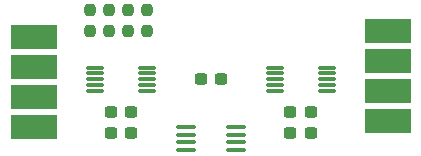
<source format=gbr>
%TF.GenerationSoftware,KiCad,Pcbnew,(5.99.0-12717-g57c7d663b0)*%
%TF.CreationDate,2021-10-08T11:24:07+02:00*%
%TF.ProjectId,capacitance_meter,63617061-6369-4746-916e-63655f6d6574,rev?*%
%TF.SameCoordinates,Original*%
%TF.FileFunction,Paste,Top*%
%TF.FilePolarity,Positive*%
%FSLAX46Y46*%
G04 Gerber Fmt 4.6, Leading zero omitted, Abs format (unit mm)*
G04 Created by KiCad (PCBNEW (5.99.0-12717-g57c7d663b0)) date 2021-10-08 11:24:07*
%MOMM*%
%LPD*%
G01*
G04 APERTURE LIST*
G04 Aperture macros list*
%AMRoundRect*
0 Rectangle with rounded corners*
0 $1 Rounding radius*
0 $2 $3 $4 $5 $6 $7 $8 $9 X,Y pos of 4 corners*
0 Add a 4 corners polygon primitive as box body*
4,1,4,$2,$3,$4,$5,$6,$7,$8,$9,$2,$3,0*
0 Add four circle primitives for the rounded corners*
1,1,$1+$1,$2,$3*
1,1,$1+$1,$4,$5*
1,1,$1+$1,$6,$7*
1,1,$1+$1,$8,$9*
0 Add four rect primitives between the rounded corners*
20,1,$1+$1,$2,$3,$4,$5,0*
20,1,$1+$1,$4,$5,$6,$7,0*
20,1,$1+$1,$6,$7,$8,$9,0*
20,1,$1+$1,$8,$9,$2,$3,0*%
G04 Aperture macros list end*
%ADD10RoundRect,0.237500X-0.300000X-0.237500X0.300000X-0.237500X0.300000X0.237500X-0.300000X0.237500X0*%
%ADD11RoundRect,0.237500X-0.237500X0.250000X-0.237500X-0.250000X0.237500X-0.250000X0.237500X0.250000X0*%
%ADD12RoundRect,0.075000X0.650000X0.075000X-0.650000X0.075000X-0.650000X-0.075000X0.650000X-0.075000X0*%
%ADD13RoundRect,0.075000X-0.650000X-0.075000X0.650000X-0.075000X0.650000X0.075000X-0.650000X0.075000X0*%
%ADD14RoundRect,0.100000X0.712500X0.100000X-0.712500X0.100000X-0.712500X-0.100000X0.712500X-0.100000X0*%
%ADD15R,4.000000X2.000000*%
G04 APERTURE END LIST*
D10*
%TO.C,C4*%
X145543100Y-122783600D03*
X147268100Y-122783600D03*
%TD*%
%TO.C,C2*%
X160732300Y-122783600D03*
X162457300Y-122783600D03*
%TD*%
%TO.C,C5*%
X145543100Y-124561600D03*
X147268100Y-124561600D03*
%TD*%
D11*
%TO.C,R4*%
X148600000Y-114087500D03*
X148600000Y-115912500D03*
%TD*%
D12*
%TO.C,U3*%
X163800000Y-121000000D03*
X163800000Y-120500000D03*
X163800000Y-120000000D03*
X163800000Y-119500000D03*
X163800000Y-119000000D03*
X159400000Y-119000000D03*
X159400000Y-119500000D03*
X159400000Y-120000000D03*
X159400000Y-120500000D03*
X159400000Y-121000000D03*
%TD*%
D13*
%TO.C,U1*%
X144200000Y-119000000D03*
X144200000Y-119500000D03*
X144200000Y-120000000D03*
X144200000Y-120500000D03*
X144200000Y-121000000D03*
X148600000Y-121000000D03*
X148600000Y-120500000D03*
X148600000Y-120000000D03*
X148600000Y-119500000D03*
X148600000Y-119000000D03*
%TD*%
D10*
%TO.C,C1*%
X153137500Y-120000000D03*
X154862500Y-120000000D03*
%TD*%
%TO.C,C3*%
X160732300Y-124561600D03*
X162457300Y-124561600D03*
%TD*%
D11*
%TO.C,R3*%
X147000000Y-114087500D03*
X147000000Y-115912500D03*
%TD*%
%TO.C,R1*%
X143800000Y-114087500D03*
X143800000Y-115912500D03*
%TD*%
%TO.C,R2*%
X145400000Y-114087500D03*
X145400000Y-115912500D03*
%TD*%
D14*
%TO.C,U2*%
X156112700Y-125975000D03*
X156112700Y-125325000D03*
X156112700Y-124675000D03*
X156112700Y-124025000D03*
X151887700Y-124025000D03*
X151887700Y-124675000D03*
X151887700Y-125325000D03*
X151887700Y-125975000D03*
%TD*%
D15*
%TO.C,J1*%
X168999992Y-115920012D03*
X168999992Y-118460012D03*
X168999992Y-121000012D03*
X168999992Y-123540012D03*
%TD*%
%TO.C,J2*%
X139000001Y-124009988D03*
X139000001Y-121469988D03*
X139000001Y-118929988D03*
X139000001Y-116389988D03*
%TD*%
M02*

</source>
